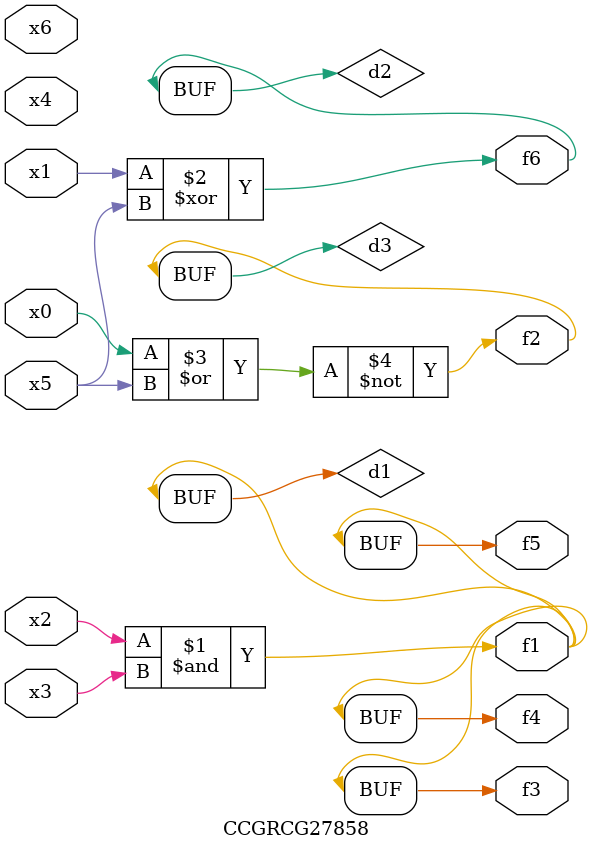
<source format=v>
module CCGRCG27858(
	input x0, x1, x2, x3, x4, x5, x6,
	output f1, f2, f3, f4, f5, f6
);

	wire d1, d2, d3;

	and (d1, x2, x3);
	xor (d2, x1, x5);
	nor (d3, x0, x5);
	assign f1 = d1;
	assign f2 = d3;
	assign f3 = d1;
	assign f4 = d1;
	assign f5 = d1;
	assign f6 = d2;
endmodule

</source>
